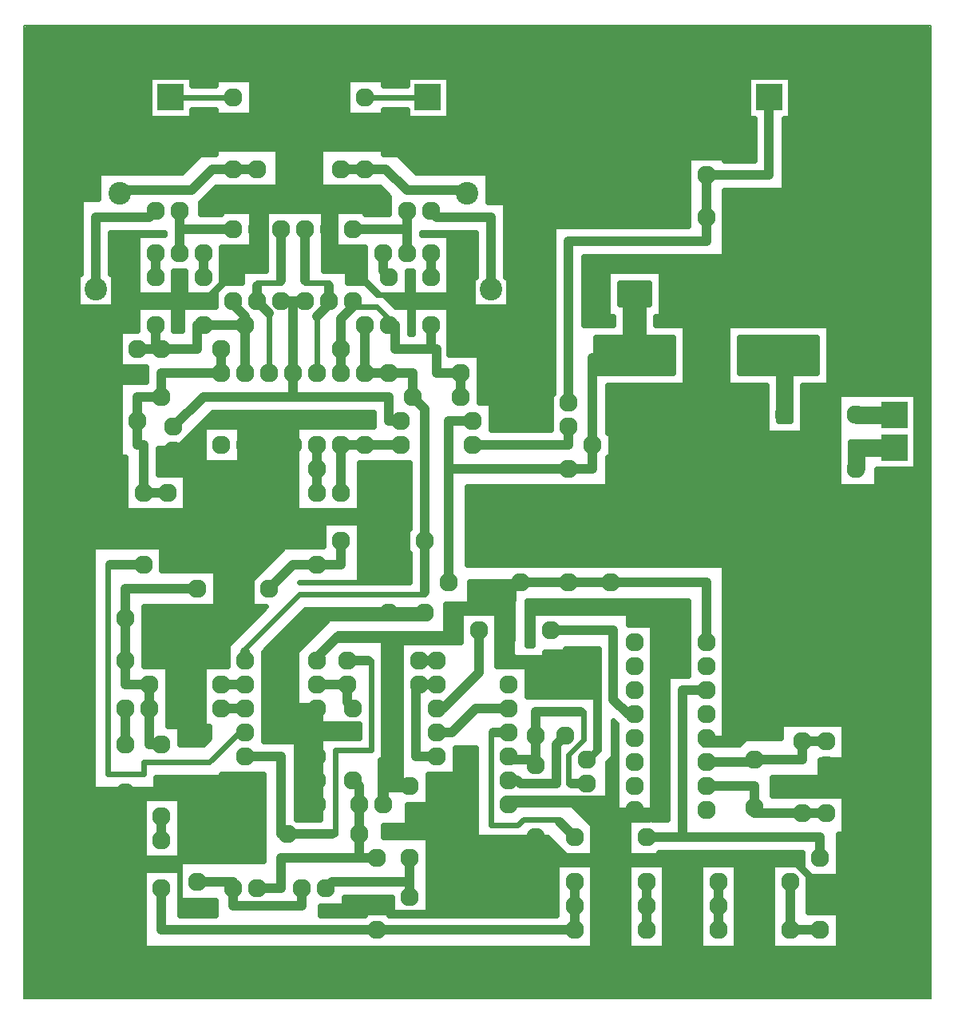
<source format=gbr>
%FSLAX32Y32*%
%MOMM*%
%LNCOPPER2*%
G71*
G01*
%ADD10C, 0.20*%
%ADD11C, 1.96*%
%ADD12C, 1.96*%
%ADD13C, 2.40*%
%ADD14C, 3.00*%
%ADD15C, 1.00*%
%ADD16C, 0.60*%
%ADD17C, 5.50*%
%LPD*%
G54D10*
X0Y10316D02*
X9617Y10316D01*
X9617Y0D01*
X0Y0D01*
X0Y10316D01*
X3874Y6633D02*
G54D11*
D03*
X3620Y6633D02*
G54D11*
D03*
X3366Y6633D02*
G54D11*
D03*
X3112Y6633D02*
G54D11*
D03*
X2858Y6633D02*
G54D11*
D03*
X2604Y6633D02*
G54D11*
D03*
X2350Y6633D02*
G54D11*
D03*
X3366Y6887D02*
G54D11*
D03*
X3620Y7141D02*
G54D11*
D03*
X3874Y7141D02*
G54D11*
D03*
X3493Y7395D02*
G54D11*
D03*
X3239Y7395D02*
G54D11*
D03*
X2985Y7395D02*
G54D11*
D03*
X2731Y7395D02*
G54D11*
D03*
X2477Y7395D02*
G54D11*
D03*
X2223Y7395D02*
G54D11*
D03*
X2350Y7141D02*
G54D11*
D03*
X2096Y6887D02*
G54D11*
D03*
X2096Y6633D02*
G54D11*
D03*
X1905Y7141D02*
G54D11*
D03*
X1397Y7141D02*
G54D11*
D03*
X1461Y6887D02*
G54D11*
D03*
X1207Y6887D02*
G54D11*
D03*
X1461Y6379D02*
G54D11*
D03*
X1207Y6125D02*
G54D11*
D03*
X1588Y6062D02*
G54D11*
D03*
X1905Y7649D02*
G54D11*
D03*
X1905Y7903D02*
G54D12*
D03*
X1651Y7903D02*
G54D12*
D03*
X1397Y7903D02*
G54D12*
D03*
X1397Y7649D02*
G54D11*
D03*
X762Y7522D02*
G54D13*
D03*
X1397Y8348D02*
G54D11*
D03*
X1651Y8348D02*
G54D11*
D03*
X2223Y8157D02*
G54D11*
D03*
X2477Y8157D02*
G54D11*
D03*
X2731Y8157D02*
G54D11*
D03*
X2985Y8157D02*
G54D11*
D03*
X3239Y8157D02*
G54D11*
D03*
X3493Y8157D02*
G54D11*
D03*
X4064Y8348D02*
G54D11*
D03*
X4318Y8348D02*
G54D11*
D03*
X4318Y7903D02*
G54D12*
D03*
X4064Y7903D02*
G54D12*
D03*
X3810Y7903D02*
G54D12*
D03*
X3874Y7649D02*
G54D11*
D03*
X4318Y7649D02*
G54D11*
D03*
X4318Y7141D02*
G54D11*
D03*
X1588Y5808D02*
G54D11*
D03*
X1524Y5363D02*
G54D11*
D03*
X1270Y5363D02*
G54D11*
D03*
X2096Y5871D02*
G54D11*
D03*
X2350Y5871D02*
G54D11*
D03*
X2604Y5871D02*
G54D11*
D03*
X2604Y5617D02*
G54D11*
D03*
X2858Y5871D02*
G54D11*
D03*
X3112Y5871D02*
G54D11*
D03*
X3112Y5617D02*
G54D11*
D03*
X3112Y5363D02*
G54D11*
D03*
X3366Y5363D02*
G54D11*
D03*
X3366Y5871D02*
G54D11*
D03*
X3620Y5871D02*
G54D11*
D03*
X4001Y5871D02*
G54D11*
D03*
X4001Y6125D02*
G54D11*
D03*
X4128Y6379D02*
G54D11*
D03*
X4636Y6633D02*
G54D11*
D03*
X4636Y6379D02*
G54D11*
D03*
X4763Y6125D02*
G54D11*
D03*
X4763Y5871D02*
G54D11*
D03*
X6033Y5871D02*
G54D11*
D03*
X5779Y6062D02*
G54D11*
D03*
X5779Y6316D02*
G54D11*
D03*
X5779Y5617D02*
G54D11*
D03*
X5779Y5363D02*
G54D11*
D03*
X6541Y5871D02*
G54D11*
D03*
X6223Y4918D02*
G54D11*
D03*
X5779Y4664D02*
G54D11*
D03*
X5779Y4410D02*
G54D11*
D03*
X6223Y4410D02*
G54D11*
D03*
X5271Y4410D02*
G54D11*
D03*
X4509Y4410D02*
G54D11*
D03*
X4255Y4855D02*
G54D11*
D03*
X3874Y4855D02*
G54D11*
D03*
X3366Y4855D02*
G54D11*
D03*
X3112Y4601D02*
G54D11*
D03*
X2604Y4347D02*
G54D11*
D03*
X3874Y4093D02*
G54D11*
D03*
X4255Y4093D02*
G54D11*
D03*
X4826Y3902D02*
G54D11*
D03*
X5588Y3902D02*
G54D11*
D03*
X5144Y3331D02*
G54D11*
D03*
X5144Y3585D02*
G54D11*
D03*
X5144Y2823D02*
G54D11*
D03*
X5144Y3077D02*
G54D11*
D03*
X5144Y2569D02*
G54D11*
D03*
X5144Y2315D02*
G54D11*
D03*
X5144Y2061D02*
G54D11*
D03*
X4382Y2061D02*
G54D11*
D03*
X4382Y2315D02*
G54D11*
D03*
X4382Y2569D02*
G54D11*
D03*
X4382Y2823D02*
G54D11*
D03*
X4382Y3077D02*
G54D11*
D03*
X4382Y3331D02*
G54D11*
D03*
X4382Y3585D02*
G54D11*
D03*
X4191Y3585D02*
G54D11*
D03*
X4191Y3331D02*
G54D11*
D03*
X6477Y3776D02*
G54D11*
D03*
X6477Y3522D02*
G54D11*
D03*
X6477Y3268D02*
G54D11*
D03*
X6477Y3014D02*
G54D11*
D03*
X6477Y2760D02*
G54D11*
D03*
X6477Y2506D02*
G54D11*
D03*
X6477Y2252D02*
G54D11*
D03*
X6477Y1998D02*
G54D11*
D03*
X7239Y1998D02*
G54D11*
D03*
X7239Y2252D02*
G54D11*
D03*
X7239Y2506D02*
G54D11*
D03*
X7239Y2760D02*
G54D11*
D03*
X7239Y3014D02*
G54D11*
D03*
X7239Y3268D02*
G54D11*
D03*
X7239Y3522D02*
G54D11*
D03*
X7239Y3776D02*
G54D11*
D03*
X3429Y3331D02*
G54D11*
D03*
X3429Y3585D02*
G54D11*
D03*
X3112Y3585D02*
G54D11*
D03*
X3112Y3331D02*
G54D11*
D03*
X3112Y3077D02*
G54D11*
D03*
X3112Y2823D02*
G54D11*
D03*
X3112Y2569D02*
G54D11*
D03*
X3112Y2315D02*
G54D11*
D03*
X3112Y2061D02*
G54D11*
D03*
X3493Y3077D02*
G54D11*
D03*
X3493Y2315D02*
G54D11*
D03*
X3556Y2061D02*
G54D12*
D03*
X3810Y2061D02*
G54D12*
D03*
X3556Y1744D02*
G54D11*
D03*
X2350Y2061D02*
G54D11*
D03*
X2350Y2315D02*
G54D11*
D03*
X2350Y2569D02*
G54D11*
D03*
X2350Y2823D02*
G54D11*
D03*
X2350Y3077D02*
G54D11*
D03*
X2350Y3331D02*
G54D11*
D03*
X2350Y3585D02*
G54D11*
D03*
X2096Y3331D02*
G54D11*
D03*
X2096Y3077D02*
G54D11*
D03*
X2794Y1744D02*
G54D11*
D03*
X3366Y9300D02*
G54D11*
D03*
X2477Y9300D02*
G54D11*
D03*
X2477Y8792D02*
G54D11*
D03*
X2223Y8792D02*
G54D11*
D03*
X3366Y8792D02*
G54D11*
D03*
X3620Y8792D02*
G54D11*
D03*
X3620Y9554D02*
G54D11*
D03*
X2223Y9554D02*
G54D11*
D03*
X4699Y8538D02*
G54D13*
D03*
X5207Y8538D02*
G54D13*
D03*
X4953Y7522D02*
G54D13*
D03*
X508Y8538D02*
G54D13*
D03*
X1016Y8538D02*
G54D13*
D03*
X6731Y8728D02*
G54D11*
D03*
X6477Y8284D02*
G54D11*
D03*
X7239Y8284D02*
G54D11*
D03*
X7239Y8728D02*
G54D11*
D03*
X6477Y7458D02*
G54D14*
D03*
X8255Y7458D02*
G54D14*
D03*
X8065Y5617D02*
G54D11*
D03*
X4096Y2252D02*
G54D11*
D03*
X4096Y1490D02*
G54D11*
D03*
X5747Y3553D02*
G54D11*
D03*
X5430Y3553D02*
G54D11*
D03*
X5430Y2791D02*
G54D11*
D03*
X5430Y2474D02*
G54D11*
D03*
X5747Y2791D02*
G54D11*
D03*
X5969Y2537D02*
G54D11*
D03*
X5969Y2283D02*
G54D11*
D03*
X5430Y1712D02*
G54D11*
D03*
X3747Y1490D02*
G54D11*
D03*
X3747Y728D02*
G54D11*
D03*
X4096Y1077D02*
G54D11*
D03*
X3207Y1172D02*
G54D11*
D03*
X2953Y1172D02*
G54D11*
D03*
X4858Y1077D02*
G54D11*
D03*
X5334Y982D02*
G54D11*
D03*
X7747Y2537D02*
G54D11*
D03*
X8255Y2728D02*
G54D11*
D03*
X8509Y2728D02*
G54D11*
D03*
X8509Y2474D02*
G54D11*
D03*
X8509Y1966D02*
G54D11*
D03*
X8255Y1966D02*
G54D11*
D03*
X7747Y2029D02*
G54D11*
D03*
X8446Y1490D02*
G54D11*
D03*
X8446Y728D02*
G54D11*
D03*
X8128Y728D02*
G54D11*
D03*
X8128Y1236D02*
G54D11*
D03*
X7366Y1236D02*
G54D11*
D03*
X7366Y982D02*
G54D11*
D03*
X7366Y728D02*
G54D11*
D03*
X6604Y728D02*
G54D11*
D03*
X6604Y982D02*
G54D11*
D03*
X6604Y1236D02*
G54D11*
D03*
X5842Y1236D02*
G54D11*
D03*
X5842Y982D02*
G54D11*
D03*
X5842Y728D02*
G54D11*
D03*
X5842Y1712D02*
G54D11*
D03*
X8128Y220D02*
G54D11*
D03*
X7366Y220D02*
G54D11*
D03*
X6604Y220D02*
G54D11*
D03*
X5842Y220D02*
G54D11*
D03*
X6604Y1712D02*
G54D11*
D03*
X8509Y3236D02*
G54D11*
D03*
X2477Y1172D02*
G54D11*
D03*
X2223Y1172D02*
G54D11*
D03*
X1842Y1236D02*
G54D11*
D03*
X1461Y1172D02*
G54D11*
D03*
X1461Y1680D02*
G54D11*
D03*
X1461Y1934D02*
G54D11*
D03*
X1842Y1998D02*
G54D11*
D03*
X1461Y2696D02*
G54D11*
D03*
X1080Y2188D02*
G54D11*
D03*
X1080Y2696D02*
G54D11*
D03*
X1080Y3077D02*
G54D11*
D03*
X1334Y3077D02*
G54D11*
D03*
X1334Y3331D02*
G54D11*
D03*
X1080Y3585D02*
G54D11*
D03*
X1080Y4030D02*
G54D11*
D03*
X1842Y4030D02*
G54D11*
D03*
X1842Y4347D02*
G54D11*
D03*
X1270Y4601D02*
G54D11*
D03*
X1524Y4601D02*
G54D11*
D03*
G54D15*
X7239Y8728D02*
X7239Y8030D01*
X5779Y8030D01*
G54D15*
X5779Y8030D02*
X5779Y6316D01*
G54D15*
X5779Y6062D02*
X5779Y5871D01*
X4763Y5871D01*
G54D15*
X6033Y6792D02*
X6033Y5617D01*
X4509Y5617D01*
X4509Y6125D01*
X4763Y6125D01*
G54D15*
X4318Y7141D02*
X4318Y6887D01*
G54D15*
X3620Y7141D02*
X3620Y6633D01*
X4128Y6633D01*
X4128Y6379D01*
X4255Y6252D01*
G54D15*
X4636Y6379D02*
X4636Y6633D01*
X4382Y6633D01*
X4382Y6887D01*
X3937Y6887D01*
X3937Y7141D01*
X3874Y7141D01*
G54D15*
X3493Y7395D02*
X3493Y7332D01*
X3366Y7204D01*
X3366Y6887D01*
G54D15*
X3366Y6887D02*
X3366Y6633D01*
G54D15*
X2858Y7395D02*
X2858Y6379D01*
X3874Y6379D01*
X3874Y6125D01*
X4001Y6125D01*
G54D15*
X2985Y7395D02*
X2731Y7395D01*
G54D15*
X3239Y7395D02*
X3239Y7363D01*
X3112Y7236D01*
G54D15*
X2477Y7395D02*
X2604Y7268D01*
G54D16*
X3112Y7236D02*
X3112Y6633D01*
G54D16*
X2604Y7268D02*
X2604Y6633D01*
G54D16*
X3874Y7141D02*
X3874Y7204D01*
X3747Y7332D01*
X3493Y7332D01*
X3493Y7395D01*
G54D16*
X2985Y7586D02*
X3239Y7586D01*
G54D16*
X2731Y7586D02*
X2477Y7586D01*
G54D15*
X2985Y8157D02*
X2985Y7617D01*
G54D15*
X3239Y7554D02*
X3239Y7395D01*
G54D15*
X2477Y7554D02*
X2477Y7395D01*
G54D15*
X2731Y7617D02*
X2731Y8157D01*
G54D15*
X2223Y7395D02*
X2223Y7363D01*
X2350Y7236D01*
X2350Y6633D01*
G54D15*
X2350Y7141D02*
X1842Y7141D01*
X1842Y6887D01*
X1207Y6887D01*
G54D15*
X1397Y6887D02*
X1397Y7141D01*
G54D15*
X2096Y6887D02*
X2096Y6633D01*
X1461Y6633D01*
X1461Y6379D01*
X1207Y6379D01*
X1207Y6125D01*
G54D15*
X4953Y7522D02*
X4953Y8284D01*
X4382Y8284D01*
X4318Y8348D01*
G54D15*
X4064Y8348D02*
X4064Y7903D01*
G54D15*
X4064Y8157D02*
X3493Y8157D01*
G54D15*
X2223Y8157D02*
X1651Y8157D01*
X1651Y8348D01*
X1651Y7903D01*
G54D15*
X762Y7522D02*
X762Y8284D01*
X1334Y8284D01*
X1397Y8348D01*
G54D15*
X4699Y8570D02*
X4064Y8570D01*
X3842Y8792D01*
X3366Y8792D01*
G54D15*
X1016Y8570D02*
X1778Y8570D01*
X2000Y8792D01*
X2477Y8792D01*
G54D15*
X2858Y6379D02*
X1905Y6379D01*
X1588Y6062D01*
G54D15*
X1207Y6125D02*
X1207Y5871D01*
X1270Y5871D01*
X1270Y5363D01*
X1524Y5363D01*
G54D15*
X4001Y5871D02*
X3366Y5871D01*
X3366Y5363D01*
G54D15*
X3112Y5871D02*
X3112Y5363D01*
G54D15*
X4255Y6252D02*
X4255Y4315D01*
G54D15*
X3366Y4855D02*
X3366Y4601D01*
X2858Y4601D01*
X2604Y4347D01*
G54D15*
X1842Y4347D02*
X1080Y4347D01*
X1080Y3331D01*
X1334Y3331D01*
G54D15*
X1334Y3331D02*
X1334Y2696D01*
X1461Y2696D01*
G54D15*
X1080Y3077D02*
X1080Y2696D01*
G54D15*
X2096Y3331D02*
X2350Y3331D01*
G54D15*
X2350Y3077D02*
X2096Y3077D01*
G54D15*
X3112Y3585D02*
X3112Y3617D01*
X3334Y3839D01*
X3842Y3839D01*
G54D15*
X3429Y3585D02*
X3652Y3585D01*
G54D15*
X3112Y3331D02*
X3429Y3331D01*
X3429Y3140D01*
X3493Y3077D01*
G54D15*
X2350Y2569D02*
X2731Y2569D01*
X2731Y1744D01*
X3270Y1744D01*
G54D16*
X3683Y3585D02*
X3683Y2632D01*
X3302Y2632D01*
X3302Y1744D01*
G54D15*
X3747Y1490D02*
X2731Y1490D01*
X2731Y1172D01*
X2477Y1172D01*
G54D15*
X2953Y1172D02*
X2953Y982D01*
X2223Y982D01*
X2223Y1236D01*
X1842Y1236D01*
G54D15*
X4096Y1490D02*
X4096Y1077D01*
X4096Y1236D01*
X3302Y1236D01*
X3270Y1236D01*
X3207Y1172D01*
G54D15*
X3556Y2061D02*
X3556Y1490D01*
G54D15*
X3493Y2315D02*
X3556Y2252D01*
X3556Y2061D01*
G54D15*
X4382Y3585D02*
X4191Y3585D01*
G54D15*
X4382Y3331D02*
X4160Y3331D01*
X4160Y2569D01*
X4382Y2569D01*
G54D15*
X5144Y3077D02*
X4794Y3077D01*
X4540Y2823D01*
X4382Y2823D01*
G54D15*
X1461Y1934D02*
X1461Y1680D01*
G54D15*
X1461Y1172D02*
X1461Y728D01*
X5842Y728D01*
G54D15*
X4826Y3902D02*
X4826Y3458D01*
X4445Y3077D01*
X4382Y3077D01*
G54D16*
X4255Y4284D02*
X2921Y4284D01*
X2350Y3712D01*
G54D16*
X889Y4601D02*
X889Y2378D01*
X1270Y2378D01*
X1270Y2506D01*
X1969Y2506D01*
X2286Y2823D01*
X2350Y2823D01*
G54D15*
X1270Y4601D02*
X921Y4601D01*
G54D15*
X2350Y3680D02*
X2350Y3585D01*
G54D15*
X4509Y5617D02*
X4509Y4410D01*
G54D15*
X6604Y1712D02*
X8446Y1712D01*
X8446Y1490D01*
G54D15*
X8446Y728D02*
X8128Y728D01*
X8128Y1236D01*
G54D15*
X7366Y1236D02*
X7366Y728D01*
G54D15*
X6604Y1236D02*
X6604Y728D01*
G54D15*
X5842Y1236D02*
X5842Y728D01*
G54D15*
X5842Y1712D02*
X5684Y1870D01*
G54D16*
X5652Y1902D02*
X5302Y1902D01*
X5239Y1839D01*
G54D16*
X5239Y1839D02*
X4953Y1839D01*
X4953Y2823D01*
G54D15*
X5144Y2823D02*
X4985Y2823D01*
G54D15*
X7239Y2506D02*
X7716Y2506D01*
X7747Y2537D01*
X8255Y2537D01*
X8255Y2728D01*
X8509Y2728D01*
G54D15*
X7239Y2252D02*
X7747Y2252D01*
X7747Y1966D01*
X8509Y1966D01*
G54D15*
X7239Y3268D02*
X6985Y3268D01*
X6985Y1712D01*
G54D15*
X5969Y2283D02*
X5810Y2283D01*
G54D15*
X5747Y2791D02*
X5652Y2696D01*
X5652Y2283D01*
X5271Y2283D01*
X5239Y2315D01*
X5144Y2315D01*
G54D15*
X5430Y2791D02*
X5430Y2474D01*
X5430Y2537D01*
X5239Y2537D01*
X5176Y2537D01*
X5144Y2569D01*
G54D15*
X5430Y2791D02*
X5430Y3045D01*
X5906Y3045D01*
G54D15*
X6477Y3014D02*
X6414Y3014D01*
X6255Y3172D01*
X6255Y3902D01*
X5588Y3902D01*
G54D15*
X7239Y3776D02*
X7239Y4410D01*
X5255Y4410D01*
X5255Y4410D01*
G54D16*
X5938Y3045D02*
X5938Y2744D01*
X5938Y2744D01*
G54D16*
X5779Y2283D02*
X5779Y2585D01*
X5938Y2744D01*
G36*
X4572Y2664D02*
X4572Y2378D01*
X4286Y2378D01*
X4286Y2061D01*
X4064Y2061D01*
X4064Y1839D01*
X3810Y1839D01*
X3810Y1712D01*
X4286Y1712D01*
X4286Y886D01*
X5652Y886D01*
X5652Y1394D01*
X4794Y1394D01*
X4794Y2664D01*
X4572Y2664D01*
G37*
G54D16*
X4572Y2664D02*
X4572Y2378D01*
X4286Y2378D01*
X4286Y2061D01*
X4064Y2061D01*
X4064Y1839D01*
X3810Y1839D01*
X3810Y1712D01*
X4286Y1712D01*
X4286Y886D01*
X5652Y886D01*
X5652Y1394D01*
X4794Y1394D01*
X4794Y2664D01*
X4572Y2664D01*
G36*
X4794Y1712D02*
X5556Y1712D01*
X5747Y1521D01*
X6032Y1521D01*
X6032Y1839D01*
X5810Y2061D01*
X5144Y2061D01*
X5144Y2124D01*
X6255Y2124D01*
X6255Y1998D01*
X6636Y1998D01*
X6636Y1902D01*
X6414Y1902D01*
X6414Y1521D01*
X6128Y1521D01*
X6128Y1426D01*
X4794Y1426D01*
X4794Y1712D01*
G37*
G54D16*
X4794Y1712D02*
X5556Y1712D01*
X5747Y1521D01*
X6032Y1521D01*
X6032Y1839D01*
X5810Y2061D01*
X5144Y2061D01*
X5144Y2124D01*
X6255Y2124D01*
X6255Y1998D01*
X6636Y1998D01*
X6636Y1902D01*
X6414Y1902D01*
X6414Y1521D01*
X6128Y1521D01*
X6128Y1426D01*
X4794Y1426D01*
X4794Y1712D01*
G36*
X6255Y2950D02*
X6286Y2918D01*
X6286Y1998D01*
X6191Y1998D01*
X6191Y2506D01*
X6255Y2569D01*
X6255Y2950D01*
G37*
G54D16*
X6255Y2950D02*
X6286Y2918D01*
X6286Y1998D01*
X6191Y1998D01*
X6191Y2506D01*
X6255Y2569D01*
X6255Y2950D01*
G36*
X6668Y1998D02*
X6668Y3966D01*
X6414Y3966D01*
X6414Y4061D01*
X6414Y4093D01*
X5398Y4093D01*
X5398Y3744D01*
X5334Y3744D01*
X5334Y4220D01*
X7048Y4220D01*
X7048Y3426D01*
X6826Y3426D01*
X6826Y1902D01*
X6668Y1902D01*
X6668Y2061D01*
X6668Y1998D01*
G37*
G54D16*
X6668Y1998D02*
X6668Y3966D01*
X6414Y3966D01*
X6414Y4061D01*
X6414Y4093D01*
X5398Y4093D01*
X5398Y3744D01*
X5334Y3744D01*
X5334Y4220D01*
X7048Y4220D01*
X7048Y3426D01*
X6826Y3426D01*
X6826Y1902D01*
X6668Y1902D01*
X6668Y2061D01*
X6668Y1998D01*
G54D16*
X6001Y2537D02*
X6096Y2632D01*
X6096Y3712D01*
X5747Y3712D01*
X5747Y3680D01*
X5525Y3680D01*
X5525Y3617D01*
X5176Y3617D01*
X5176Y3522D01*
X5366Y3522D01*
X5334Y3553D01*
X5334Y3522D01*
X5334Y3204D01*
X6064Y3204D01*
X6064Y2664D01*
X6064Y2632D01*
X6001Y2569D01*
G36*
X6096Y3204D02*
X6096Y2664D01*
X6064Y2664D01*
X6064Y3204D01*
X5334Y3204D01*
X5334Y3522D01*
X5175Y3522D01*
X5175Y3617D01*
X5524Y3617D01*
X5524Y3680D01*
X5747Y3680D01*
X5747Y3712D01*
X6096Y3712D01*
X6096Y3109D01*
X6096Y3204D01*
G37*
G54D16*
X6096Y3204D02*
X6096Y2664D01*
X6064Y2664D01*
X6064Y3204D01*
X5334Y3204D01*
X5334Y3522D01*
X5175Y3522D01*
X5175Y3617D01*
X5524Y3617D01*
X5524Y3680D01*
X5747Y3680D01*
X5747Y3712D01*
X6096Y3712D01*
X6096Y3109D01*
X6096Y3204D01*
G36*
X5144Y3522D02*
X5016Y3522D01*
X5016Y4093D01*
X4636Y4093D01*
X4636Y3776D01*
X4477Y3776D01*
X4477Y4188D01*
X4731Y4188D01*
X4731Y4426D01*
X5191Y4426D01*
X5175Y3585D01*
X5144Y3522D01*
G37*
G54D16*
X5144Y3522D02*
X5016Y3522D01*
X5016Y4093D01*
X4636Y4093D01*
X4636Y3776D01*
X4477Y3776D01*
X4477Y4188D01*
X4731Y4188D01*
X4731Y4426D01*
X5191Y4426D01*
X5175Y3585D01*
X5144Y3522D01*
G36*
X4254Y4125D02*
X2984Y4125D01*
X2540Y3680D01*
X2540Y2728D01*
X2889Y2728D01*
X2889Y3680D01*
X3238Y4030D01*
X4254Y4030D01*
X4254Y4125D01*
X4128Y4125D01*
X4254Y4125D01*
G37*
G54D16*
X4254Y4125D02*
X2984Y4125D01*
X2540Y3680D01*
X2540Y2728D01*
X2889Y2728D01*
X2889Y3680D01*
X3238Y4030D01*
X4254Y4030D01*
X4254Y4125D01*
X4128Y4125D01*
X4254Y4125D01*
G36*
X3334Y3807D02*
X3810Y3807D01*
X3810Y3744D01*
X3810Y3776D01*
X4540Y3776D01*
X4540Y3871D01*
X3334Y3871D01*
X3334Y3839D01*
X3334Y3807D01*
G37*
G54D16*
X3334Y3807D02*
X3810Y3807D01*
X3810Y3744D01*
X3810Y3776D01*
X4540Y3776D01*
X4540Y3871D01*
X3334Y3871D01*
X3334Y3839D01*
X3334Y3807D01*
G36*
X3810Y3776D02*
X3810Y2537D01*
X3778Y2537D01*
X3778Y2124D01*
X3842Y2124D01*
X3842Y2220D01*
X4032Y2220D01*
X4032Y2315D01*
X4000Y2315D01*
X4000Y3776D01*
X3810Y3776D01*
G37*
G54D16*
X3810Y3776D02*
X3810Y2537D01*
X3778Y2537D01*
X3778Y2124D01*
X3842Y2124D01*
X3842Y2220D01*
X4032Y2220D01*
X4032Y2315D01*
X4000Y2315D01*
X4000Y3776D01*
X3810Y3776D01*
G36*
X3556Y2918D02*
X3112Y2918D01*
X3143Y2918D01*
X3143Y3109D01*
X2889Y3109D01*
X2889Y1902D01*
X3143Y1902D01*
X3143Y2760D01*
X3556Y2760D01*
X3556Y2918D01*
G37*
G54D16*
X3556Y2918D02*
X3112Y2918D01*
X3143Y2918D01*
X3143Y3109D01*
X2889Y3109D01*
X2889Y1902D01*
X3143Y1902D01*
X3143Y2760D01*
X3556Y2760D01*
X3556Y2918D01*
G54D16*
X2921Y4410D02*
X3588Y4410D01*
G36*
X3556Y4410D02*
X3556Y5077D01*
X4096Y5077D01*
X4096Y4982D01*
X4064Y4982D01*
X4064Y4696D01*
X4096Y4696D01*
X4064Y4728D01*
X4096Y4728D01*
X4096Y4410D01*
X3556Y4410D01*
G37*
G54D16*
X3556Y4410D02*
X3556Y5077D01*
X4096Y5077D01*
X4096Y4982D01*
X4064Y4982D01*
X4064Y4696D01*
X4096Y4696D01*
X4064Y4728D01*
X4096Y4728D01*
X4096Y4410D01*
X3556Y4410D01*
G36*
X1651Y2696D02*
X1905Y2696D01*
X1968Y2760D01*
X1968Y2886D01*
X1905Y2886D01*
X1905Y3522D01*
X2159Y3522D01*
X2159Y3744D01*
X2572Y4156D01*
X2413Y4156D01*
X2413Y4506D01*
X2032Y4506D01*
X2032Y4156D01*
X1270Y4156D01*
X1270Y3522D01*
X1524Y3522D01*
X1524Y2886D01*
X1651Y2886D01*
X1651Y2696D01*
G37*
G54D16*
X1651Y2696D02*
X1905Y2696D01*
X1968Y2760D01*
X1968Y2886D01*
X1905Y2886D01*
X1905Y3522D01*
X2159Y3522D01*
X2159Y3744D01*
X2572Y4156D01*
X2413Y4156D01*
X2413Y4506D01*
X2032Y4506D01*
X2032Y4156D01*
X1270Y4156D01*
X1270Y3522D01*
X1524Y3522D01*
X1524Y2886D01*
X1651Y2886D01*
X1651Y2696D01*
G36*
X1492Y4792D02*
X730Y4792D01*
X730Y1998D01*
X32Y1998D01*
X32Y4823D01*
X1492Y4823D01*
X1492Y4792D01*
G37*
G54D16*
X1492Y4792D02*
X730Y4792D01*
X730Y1998D01*
X32Y1998D01*
X32Y4823D01*
X1492Y4823D01*
X1492Y4792D01*
G36*
X2540Y2378D02*
X2096Y2378D01*
X2096Y2347D01*
X1397Y2347D01*
X1397Y2220D01*
X730Y2220D01*
X730Y1998D01*
X32Y1998D01*
X32Y61D01*
X1270Y61D01*
X1270Y2156D01*
X2540Y2156D01*
X2540Y2378D01*
G37*
G54D16*
X2540Y2378D02*
X2096Y2378D01*
X2096Y2347D01*
X1397Y2347D01*
X1397Y2220D01*
X730Y2220D01*
X730Y1998D01*
X32Y1998D01*
X32Y61D01*
X1270Y61D01*
X1270Y2156D01*
X2540Y2156D01*
X2540Y2378D01*
G36*
X1651Y2156D02*
X1651Y1458D01*
X2540Y1458D01*
X2540Y2156D01*
X1651Y2156D01*
G37*
G54D16*
X1651Y2156D02*
X1651Y1458D01*
X2540Y1458D01*
X2540Y2156D01*
X1651Y2156D01*
G36*
X1238Y1490D02*
X1651Y1490D01*
X1651Y1362D01*
X1238Y1362D01*
X1238Y1490D01*
G37*
G54D16*
X1238Y1490D02*
X1651Y1490D01*
X1651Y1362D01*
X1238Y1362D01*
X1238Y1490D01*
G36*
X1651Y2124D02*
X1238Y2124D01*
X1238Y2156D01*
X1619Y2156D01*
X1651Y2124D01*
G37*
G54D16*
X1651Y2124D02*
X1238Y2124D01*
X1238Y2156D01*
X1619Y2156D01*
X1651Y2124D01*
G36*
X1270Y2124D02*
X1270Y1490D01*
X1206Y1490D01*
X1206Y2093D01*
X1238Y2124D01*
X1270Y2124D01*
G37*
G54D16*
X1270Y2124D02*
X1270Y1490D01*
X1206Y1490D01*
X1206Y2093D01*
X1238Y2124D01*
X1270Y2124D01*
G36*
X2032Y1045D02*
X2032Y886D01*
X1651Y886D01*
X1651Y1045D01*
X2032Y1045D01*
G37*
G54D16*
X2032Y1045D02*
X2032Y886D01*
X1651Y886D01*
X1651Y1045D01*
X2032Y1045D01*
G54D16*
X1651Y1394D02*
X1651Y982D01*
G36*
X3397Y1077D02*
X3905Y1077D01*
X3905Y918D01*
X4286Y918D01*
X4286Y886D01*
X3874Y886D01*
X3874Y918D01*
X3620Y918D01*
X3620Y886D01*
X3143Y886D01*
X3143Y982D01*
X3397Y982D01*
X3397Y1077D01*
G37*
G54D16*
X3397Y1077D02*
X3905Y1077D01*
X3905Y918D01*
X4286Y918D01*
X4286Y886D01*
X3874Y886D01*
X3874Y918D01*
X3620Y918D01*
X3620Y886D01*
X3143Y886D01*
X3143Y982D01*
X3397Y982D01*
X3397Y1077D01*
G36*
X1238Y537D02*
X9588Y537D01*
X9588Y29D01*
X32Y29D01*
X32Y537D01*
X1302Y537D01*
X1238Y537D01*
G37*
G54D16*
X1238Y537D02*
X9588Y537D01*
X9588Y29D01*
X32Y29D01*
X32Y537D01*
X1302Y537D01*
X1238Y537D01*
G36*
X6032Y1426D02*
X6032Y537D01*
X6414Y537D01*
X6414Y1553D01*
X6032Y1553D01*
X6032Y1426D01*
G37*
G54D16*
X6032Y1426D02*
X6032Y537D01*
X6414Y537D01*
X6414Y1553D01*
X6032Y1553D01*
X6032Y1426D01*
G36*
X8255Y1553D02*
X6731Y1553D01*
X6731Y1521D01*
X6382Y1521D01*
X6382Y1426D01*
X6794Y1426D01*
X6794Y537D01*
X7176Y537D01*
X7176Y1426D01*
X7556Y1426D01*
X7556Y1426D01*
X7556Y505D01*
X7938Y505D01*
X7938Y1426D01*
X8255Y1426D01*
X8255Y1553D01*
G37*
G54D16*
X8255Y1553D02*
X6731Y1553D01*
X6731Y1521D01*
X6382Y1521D01*
X6382Y1426D01*
X6794Y1426D01*
X6794Y537D01*
X7176Y537D01*
X7176Y1426D01*
X7556Y1426D01*
X7556Y1426D01*
X7556Y505D01*
X7938Y505D01*
X7938Y1426D01*
X8255Y1426D01*
X8255Y1553D01*
G36*
X8668Y1299D02*
X8318Y1299D01*
X8318Y918D01*
X8636Y918D01*
X8636Y537D01*
X9588Y537D01*
X9588Y1299D01*
X8636Y1299D01*
X8668Y1299D01*
G37*
G54D16*
X8668Y1299D02*
X8318Y1299D01*
X8318Y918D01*
X8636Y918D01*
X8636Y537D01*
X9588Y537D01*
X9588Y1299D01*
X8636Y1299D01*
X8668Y1299D01*
G54D16*
X8192Y1426D02*
X8350Y1267D01*
G54D16*
X8224Y1426D02*
X8382Y1267D01*
G54D16*
X8255Y1458D02*
X8255Y1394D01*
G36*
X7938Y2347D02*
X7938Y2156D01*
X8700Y2156D01*
X8700Y1744D01*
X8636Y1744D01*
X8636Y1267D01*
X9588Y1267D01*
X9588Y2537D01*
X8446Y2537D01*
X8446Y2347D01*
X7938Y2347D01*
G37*
G54D16*
X7938Y2347D02*
X7938Y2156D01*
X8700Y2156D01*
X8700Y1744D01*
X8636Y1744D01*
X8636Y1267D01*
X9588Y1267D01*
X9588Y2537D01*
X8446Y2537D01*
X8446Y2347D01*
X7938Y2347D01*
G36*
X8700Y2506D02*
X8700Y2918D01*
X8033Y2918D01*
X8033Y2760D01*
X7652Y2760D01*
X7588Y2696D01*
X7207Y2696D01*
X7207Y2760D01*
X7430Y2760D01*
X7430Y4633D01*
X9588Y4633D01*
X9588Y4633D01*
X9588Y2537D01*
X8700Y2506D01*
G37*
G54D16*
X8700Y2506D02*
X8700Y2918D01*
X8033Y2918D01*
X8033Y2760D01*
X7652Y2760D01*
X7588Y2696D01*
X7207Y2696D01*
X7207Y2760D01*
X7430Y2760D01*
X7430Y4633D01*
X9588Y4633D01*
X9588Y4633D01*
X9588Y2537D01*
X8700Y2506D01*
G36*
X4699Y5426D02*
X4699Y4601D01*
X7430Y4601D01*
X7430Y5426D01*
X4699Y5426D01*
G37*
G54D16*
X4699Y5426D02*
X4699Y4601D01*
X7430Y4601D01*
X7430Y5426D01*
X4699Y5426D01*
G36*
X6223Y5426D02*
X6223Y6506D01*
X6191Y6506D01*
X6191Y5998D01*
X6223Y5998D01*
X6223Y5744D01*
X6191Y5744D01*
X6191Y5426D01*
X6223Y5426D01*
G37*
G54D16*
X6223Y5426D02*
X6223Y6506D01*
X6191Y6506D01*
X6191Y5998D01*
X6223Y5998D01*
X6223Y5744D01*
X6191Y5744D01*
X6191Y5426D01*
X6223Y5426D01*
G36*
X7874Y6506D02*
X7874Y5998D01*
X8286Y5998D01*
X8286Y5998D01*
X8636Y5998D01*
X8636Y5299D01*
X8636Y4601D01*
X7430Y4601D01*
X7430Y5395D01*
X7398Y5426D01*
X6223Y5426D01*
X6223Y6506D01*
X7874Y6506D01*
G37*
G54D16*
X7874Y6506D02*
X7874Y5998D01*
X8286Y5998D01*
X8286Y5998D01*
X8636Y5998D01*
X8636Y5299D01*
X8636Y4601D01*
X7430Y4601D01*
X7430Y5395D01*
X7398Y5426D01*
X6223Y5426D01*
X6223Y6506D01*
X7874Y6506D01*
G36*
X8541Y6506D02*
X8541Y7078D01*
X9588Y7078D01*
X9588Y6410D01*
X8541Y6410D01*
X8541Y6506D01*
G37*
G54D16*
X8541Y6506D02*
X8541Y7078D01*
X9588Y7078D01*
X9588Y6410D01*
X8541Y6410D01*
X8541Y6506D01*
G36*
X9017Y5426D02*
X9017Y5427D01*
X9588Y5427D01*
X9588Y4633D01*
X8572Y4633D01*
X8541Y4664D01*
X8541Y5458D01*
X8540Y5426D01*
X9017Y5426D01*
G37*
G54D16*
X9017Y5426D02*
X9017Y5427D01*
X9588Y5427D01*
X9588Y4633D01*
X8572Y4633D01*
X8541Y4664D01*
X8541Y5458D01*
X8540Y5426D01*
X9017Y5426D01*
G36*
X9461Y6442D02*
X9461Y5268D01*
X9588Y5268D01*
X9588Y6442D01*
X9461Y6442D01*
G37*
G54D16*
X9461Y6442D02*
X9461Y5268D01*
X9588Y5268D01*
X9588Y6442D01*
X9461Y6442D01*
G36*
X7588Y7014D02*
X7588Y6633D01*
X8001Y6633D01*
X8001Y6125D01*
X8128Y6125D01*
X8128Y6633D01*
X8414Y6633D01*
X8414Y7014D01*
X7588Y7014D01*
G37*
G54D16*
X7588Y7014D02*
X7588Y6633D01*
X8001Y6633D01*
X8001Y6125D01*
X8128Y6125D01*
X8128Y6633D01*
X8414Y6633D01*
X8414Y7014D01*
X7588Y7014D01*
G36*
X8541Y7141D02*
X7461Y7141D01*
X7461Y6506D01*
X7017Y6506D01*
X7017Y7173D01*
X8541Y7173D01*
X8541Y7141D01*
G37*
G54D16*
X8541Y7141D02*
X7461Y7141D01*
X7461Y6506D01*
X7017Y6506D01*
X7017Y7173D01*
X8541Y7173D01*
X8541Y7141D01*
G36*
X6064Y7014D02*
X6890Y7014D01*
X6890Y6633D01*
X6064Y6633D01*
X6064Y6633D01*
X6064Y7014D01*
G37*
G54D16*
X6064Y7014D02*
X6890Y7014D01*
X6890Y6633D01*
X6064Y6633D01*
X6064Y6633D01*
X6064Y7014D01*
G36*
X5937Y7141D02*
X6223Y7141D01*
X6255Y7173D01*
X6255Y7141D01*
X6255Y7236D01*
X6191Y7236D01*
X6191Y7712D01*
X6762Y7712D01*
X6762Y7236D01*
X6699Y7236D01*
X6699Y7141D01*
X7017Y7141D01*
X7017Y7872D01*
X5937Y7872D01*
X5937Y7141D01*
G37*
G54D16*
X5937Y7141D02*
X6223Y7141D01*
X6255Y7173D01*
X6255Y7141D01*
X6255Y7236D01*
X6191Y7236D01*
X6191Y7712D01*
X6762Y7712D01*
X6762Y7236D01*
X6699Y7236D01*
X6699Y7141D01*
X7017Y7141D01*
X7017Y7872D01*
X5937Y7872D01*
X5937Y7141D01*
G36*
X6572Y7046D02*
X6572Y7586D01*
X6382Y7586D01*
X6382Y7046D01*
X6572Y7046D01*
G37*
G54D16*
X6572Y7046D02*
X6572Y7586D01*
X6382Y7586D01*
X6382Y7046D01*
X6572Y7046D01*
G36*
X6572Y7586D02*
X6636Y7586D01*
X6636Y7363D01*
X6318Y7363D01*
X6318Y7586D01*
X6509Y7586D01*
X6572Y7586D01*
G37*
G54D16*
X6572Y7586D02*
X6636Y7586D01*
X6636Y7363D01*
X6318Y7363D01*
X6318Y7586D01*
X6509Y7586D01*
X6572Y7586D01*
G36*
X7017Y7872D02*
X7430Y7872D01*
X7430Y8570D01*
X9588Y8570D01*
X9588Y7046D01*
X8541Y7046D01*
X8541Y7173D01*
X7017Y7173D01*
X7017Y7872D01*
G37*
G54D16*
X7017Y7872D02*
X7430Y7872D01*
X7430Y8570D01*
X9588Y8570D01*
X9588Y7046D01*
X8541Y7046D01*
X8541Y7173D01*
X7017Y7173D01*
X7017Y7872D01*
G36*
X4096Y5077D02*
X4096Y5680D01*
X3556Y5680D01*
X3556Y5172D01*
X2889Y5172D01*
X2889Y6062D01*
X3715Y6062D01*
X3715Y6188D01*
X2318Y6188D01*
X2318Y5046D01*
X3556Y5046D01*
X3556Y5077D01*
X4096Y5077D01*
G37*
G54D16*
X4096Y5077D02*
X4096Y5680D01*
X3556Y5680D01*
X3556Y5172D01*
X2889Y5172D01*
X2889Y6062D01*
X3715Y6062D01*
X3715Y6188D01*
X2318Y6188D01*
X2318Y5046D01*
X3556Y5046D01*
X3556Y5077D01*
X4096Y5077D01*
G36*
X3715Y6188D02*
X3715Y6220D01*
X2000Y6220D01*
X1619Y5839D01*
X1429Y5839D01*
X1429Y5554D01*
X1714Y5554D01*
X1714Y5172D01*
X1080Y5172D01*
X1080Y4792D01*
X1460Y4792D01*
X1460Y4538D01*
X2413Y4538D01*
X2413Y4474D01*
X2413Y4442D01*
X2762Y4792D01*
X3175Y4792D01*
X3175Y5046D01*
X2318Y5046D01*
X2318Y5649D01*
X1873Y5649D01*
X1873Y5998D01*
X1905Y6030D01*
X1905Y6062D01*
X2318Y6062D01*
X2318Y6220D01*
X2032Y6220D01*
X2000Y6220D01*
X3715Y6188D01*
G37*
G54D16*
X3715Y6188D02*
X3715Y6220D01*
X2000Y6220D01*
X1619Y5839D01*
X1429Y5839D01*
X1429Y5554D01*
X1714Y5554D01*
X1714Y5172D01*
X1080Y5172D01*
X1080Y4792D01*
X1460Y4792D01*
X1460Y4538D01*
X2413Y4538D01*
X2413Y4474D01*
X2413Y4442D01*
X2762Y4792D01*
X3175Y4792D01*
X3175Y5046D01*
X2318Y5046D01*
X2318Y5649D01*
X1873Y5649D01*
X1873Y5998D01*
X1905Y6030D01*
X1905Y6062D01*
X2318Y6062D01*
X2318Y6220D01*
X2032Y6220D01*
X2000Y6220D01*
X3715Y6188D01*
G36*
X1905Y6030D02*
X1905Y5649D01*
X1873Y5649D01*
X1873Y6030D01*
X1905Y6062D01*
X1905Y6030D01*
G37*
G54D16*
X1905Y6030D02*
X1905Y5649D01*
X1873Y5649D01*
X1873Y6030D01*
X1905Y6062D01*
X1905Y6030D01*
G36*
X1905Y5680D02*
X2318Y5680D01*
X2318Y5617D01*
X1905Y5617D01*
X1905Y5680D01*
G37*
G54D16*
X1905Y5680D02*
X2318Y5680D01*
X2318Y5617D01*
X1905Y5617D01*
X1905Y5680D01*
G36*
X2286Y6062D02*
X2286Y5680D01*
X2350Y5680D01*
X2350Y6062D01*
X2286Y6062D01*
G37*
G54D16*
X2286Y6062D02*
X2286Y5680D01*
X2350Y5680D01*
X2350Y6062D01*
X2286Y6062D01*
G36*
X1302Y6696D02*
X1302Y6538D01*
X1016Y6538D01*
X1016Y5744D01*
X1080Y5744D01*
X1080Y4855D01*
X95Y4855D01*
X64Y4823D01*
X32Y4823D01*
X32Y7363D01*
X413Y7363D01*
X413Y7268D01*
X1016Y7268D01*
X1016Y6696D01*
X1302Y6696D01*
G37*
G54D16*
X1302Y6696D02*
X1302Y6538D01*
X1016Y6538D01*
X1016Y5744D01*
X1080Y5744D01*
X1080Y4855D01*
X95Y4855D01*
X64Y4823D01*
X32Y4823D01*
X32Y7363D01*
X413Y7363D01*
X413Y7268D01*
X1016Y7268D01*
X1016Y6696D01*
X1302Y6696D01*
G36*
X2572Y8220D02*
X2572Y7712D01*
X2318Y7712D01*
X2318Y7586D01*
X2096Y7586D01*
X2096Y7966D01*
X2413Y7966D01*
X2413Y8411D01*
X2572Y8411D01*
X2572Y8189D01*
X2572Y8220D01*
G37*
G54D16*
X2572Y8220D02*
X2572Y7712D01*
X2318Y7712D01*
X2318Y7586D01*
X2096Y7586D01*
X2096Y7966D01*
X2413Y7966D01*
X2413Y8411D01*
X2572Y8411D01*
X2572Y8189D01*
X2572Y8220D01*
G36*
X2096Y7586D02*
X1968Y7458D01*
X1968Y7395D01*
X1968Y7427D01*
X2127Y7586D01*
X2096Y7586D01*
G37*
G54D16*
X2096Y7586D02*
X1968Y7458D01*
X1968Y7395D01*
X1968Y7427D01*
X2127Y7586D01*
X2096Y7586D01*
G36*
X2032Y7522D02*
X2032Y7332D01*
X1683Y7332D01*
X1683Y7078D01*
X1588Y7078D01*
X1588Y7332D01*
X1206Y7332D01*
X1206Y7078D01*
X984Y7078D01*
X984Y7680D01*
X921Y7680D01*
X921Y8125D01*
X1492Y8125D01*
X1492Y8094D01*
X1238Y8094D01*
X1206Y8094D01*
X1206Y7458D01*
X2032Y7458D01*
X2032Y7522D01*
G37*
G54D16*
X2032Y7522D02*
X2032Y7332D01*
X1683Y7332D01*
X1683Y7078D01*
X1588Y7078D01*
X1588Y7332D01*
X1206Y7332D01*
X1206Y7078D01*
X984Y7078D01*
X984Y7680D01*
X921Y7680D01*
X921Y8125D01*
X1492Y8125D01*
X1492Y8094D01*
X1238Y8094D01*
X1206Y8094D01*
X1206Y7458D01*
X2032Y7458D01*
X2032Y7522D01*
G36*
X1714Y7712D02*
X1588Y7712D01*
X1588Y7490D01*
X1683Y7490D01*
X1714Y7458D01*
X1714Y7712D01*
G37*
G54D16*
X1714Y7712D02*
X1588Y7712D01*
X1588Y7490D01*
X1683Y7490D01*
X1714Y7458D01*
X1714Y7712D01*
G36*
X3175Y8157D02*
X3175Y7712D01*
X3429Y7712D01*
X3429Y7586D01*
X3620Y7586D01*
X3620Y7966D01*
X3302Y7966D01*
X3302Y8157D01*
X3175Y8157D01*
G37*
G54D16*
X3175Y8157D02*
X3175Y7712D01*
X3429Y7712D01*
X3429Y7586D01*
X3620Y7586D01*
X3620Y7966D01*
X3302Y7966D01*
X3302Y8157D01*
X3175Y8157D01*
G36*
X3620Y7617D02*
X3778Y7458D01*
X3746Y7458D01*
X3620Y7586D01*
X3620Y7617D01*
G37*
G54D16*
X3620Y7617D02*
X3778Y7458D01*
X3746Y7458D01*
X3620Y7586D01*
X3620Y7617D01*
G36*
X3778Y7458D02*
X4540Y7458D01*
X4572Y7427D01*
X4572Y7332D01*
X3937Y7332D01*
X3810Y7458D01*
X3778Y7458D01*
G37*
G54D16*
X3778Y7458D02*
X4540Y7458D01*
X4572Y7427D01*
X4572Y7332D01*
X3937Y7332D01*
X3810Y7458D01*
X3778Y7458D01*
G36*
X4064Y7712D02*
X4064Y7490D01*
X4128Y7490D01*
X4128Y7712D01*
X4096Y7712D01*
X4064Y7712D01*
G37*
G54D16*
X4064Y7712D02*
X4064Y7490D01*
X4128Y7490D01*
X4128Y7712D01*
X4096Y7712D01*
X4064Y7712D01*
G36*
X4096Y7332D02*
X4096Y7046D01*
X4128Y7046D01*
X4128Y7332D01*
X4096Y7332D01*
G37*
G54D16*
X4096Y7332D02*
X4096Y7046D01*
X4128Y7046D01*
X4128Y7332D01*
X4096Y7332D01*
G36*
X4223Y8125D02*
X4223Y8094D01*
X4794Y8094D01*
X4794Y8125D01*
X4223Y8125D01*
G37*
G54D16*
X4223Y8125D02*
X4223Y8094D01*
X4794Y8094D01*
X4794Y8125D01*
X4223Y8125D01*
G36*
X4508Y8125D02*
X4508Y7046D01*
X4762Y7046D01*
X4762Y7648D01*
X4794Y7648D01*
X4794Y8125D01*
X4508Y8125D01*
G37*
G54D16*
X4508Y8125D02*
X4508Y7046D01*
X4762Y7046D01*
X4762Y7648D01*
X4794Y7648D01*
X4794Y8125D01*
X4508Y8125D01*
G36*
X4762Y7332D02*
X5175Y7332D01*
X5175Y7648D01*
X5112Y7648D01*
X5112Y8443D01*
X4921Y8443D01*
X4921Y8760D01*
X5588Y8760D01*
X5620Y8792D01*
X5620Y7332D01*
X5048Y7332D01*
X4762Y7332D01*
G37*
G54D16*
X4762Y7332D02*
X5175Y7332D01*
X5175Y7648D01*
X5112Y7648D01*
X5112Y8443D01*
X4921Y8443D01*
X4921Y8760D01*
X5588Y8760D01*
X5620Y8792D01*
X5620Y7332D01*
X5048Y7332D01*
X4762Y7332D01*
G36*
X5144Y7332D02*
X5144Y7712D01*
X5175Y7712D01*
X5175Y7332D01*
X5144Y7332D01*
G37*
G54D16*
X5144Y7332D02*
X5144Y7712D01*
X5175Y7712D01*
X5175Y7332D01*
X5144Y7332D01*
G36*
X4508Y7046D02*
X4508Y6824D01*
X4826Y6824D01*
X4826Y6316D01*
X4953Y6316D01*
X4953Y6030D01*
X5588Y6030D01*
X5318Y6887D01*
X4508Y7046D01*
G37*
G54D16*
X4508Y7046D02*
X4508Y6824D01*
X4826Y6824D01*
X4826Y6316D01*
X4953Y6316D01*
X4953Y6030D01*
X5588Y6030D01*
X5318Y6887D01*
X4508Y7046D01*
G36*
X5588Y7332D02*
X5588Y6030D01*
X5556Y6030D01*
X5556Y6125D01*
X4762Y6919D01*
X4762Y7332D01*
X5588Y7332D01*
G37*
G54D16*
X5588Y7332D02*
X5588Y6030D01*
X5556Y6030D01*
X5556Y6125D01*
X4762Y6919D01*
X4762Y7332D01*
X5588Y7332D01*
G36*
X5588Y6411D02*
X5620Y6411D01*
X5620Y7332D01*
X5556Y7332D01*
X5556Y6411D01*
X5588Y6411D01*
G37*
G54D16*
X5588Y6411D02*
X5620Y6411D01*
X5620Y7332D01*
X5556Y7332D01*
X5556Y6411D01*
X5588Y6411D01*
G36*
X984Y7332D02*
X381Y7332D01*
X381Y7268D01*
X984Y7268D01*
X984Y7332D01*
G37*
G54D16*
X984Y7332D02*
X381Y7332D01*
X381Y7268D01*
X984Y7268D01*
X984Y7332D01*
G36*
X603Y8443D02*
X603Y7680D01*
X572Y7680D01*
X572Y7363D01*
X32Y7363D01*
X32Y8824D01*
X603Y8824D01*
X603Y8379D01*
X603Y8443D01*
G37*
G54D16*
X603Y8443D02*
X603Y7680D01*
X572Y7680D01*
X572Y7363D01*
X32Y7363D01*
X32Y8824D01*
X603Y8824D01*
X603Y8379D01*
X603Y8443D01*
G36*
X952Y7744D02*
X952Y7363D01*
X984Y7363D01*
X984Y7744D01*
X952Y7744D01*
G37*
G54D16*
X952Y7744D02*
X952Y7363D01*
X984Y7363D01*
X984Y7744D01*
X952Y7744D01*
G36*
X3874Y8316D02*
X3874Y8506D01*
X3778Y8602D01*
X2064Y8602D01*
X2032Y8602D01*
X1873Y8443D01*
X1873Y8348D01*
X3874Y8348D01*
X3874Y8316D01*
G37*
G54D16*
X3874Y8316D02*
X3874Y8506D01*
X3778Y8602D01*
X2064Y8602D01*
X2032Y8602D01*
X1873Y8443D01*
X1873Y8348D01*
X3874Y8348D01*
X3874Y8316D01*
G36*
X3874Y8316D02*
X3620Y8316D01*
X3620Y8348D01*
X3842Y8348D01*
X3874Y8316D01*
G37*
G54D16*
X3874Y8316D02*
X3620Y8316D01*
X3620Y8348D01*
X3842Y8348D01*
X3874Y8316D01*
G36*
X2096Y8348D02*
X2096Y8316D01*
X1873Y8316D01*
X1873Y8348D01*
X2096Y8348D01*
G37*
G54D16*
X2096Y8348D02*
X2096Y8316D01*
X1873Y8316D01*
X1873Y8348D01*
X2096Y8348D01*
G36*
X3302Y8157D02*
X3302Y8379D01*
X3175Y8379D01*
X3175Y8125D01*
X3302Y8157D01*
G37*
G54D16*
X3302Y8157D02*
X3302Y8379D01*
X3175Y8379D01*
X3175Y8125D01*
X3302Y8157D01*
G36*
X2699Y8570D02*
X2699Y9014D01*
X2413Y9014D01*
X2413Y9427D01*
X3429Y9427D01*
X3429Y9014D01*
X3143Y9014D01*
X3143Y8633D01*
X2699Y8633D01*
X2699Y8570D01*
G37*
G54D16*
X2699Y8570D02*
X2699Y9014D01*
X2413Y9014D01*
X2413Y9427D01*
X3429Y9427D01*
X3429Y9014D01*
X3143Y9014D01*
X3143Y8633D01*
X2699Y8633D01*
X2699Y8570D01*
G36*
X32Y8792D02*
X32Y10284D01*
X730Y10284D01*
X730Y9332D01*
X1381Y9332D01*
X2032Y9332D01*
X2032Y8951D01*
X1873Y8951D01*
X1683Y8760D01*
X794Y8760D01*
X794Y8474D01*
X603Y8474D01*
X603Y8824D01*
X32Y8824D01*
X32Y8792D01*
G37*
G54D16*
X32Y8792D02*
X32Y10284D01*
X730Y10284D01*
X730Y9332D01*
X1381Y9332D01*
X2032Y9332D01*
X2032Y8951D01*
X1873Y8951D01*
X1683Y8760D01*
X794Y8760D01*
X794Y8474D01*
X603Y8474D01*
X603Y8824D01*
X32Y8824D01*
X32Y8792D01*
G36*
X2032Y9014D02*
X2413Y9014D01*
X2413Y9364D01*
X2032Y9364D01*
X2032Y9364D01*
X2032Y9014D01*
G37*
G54D16*
X2032Y9014D02*
X2413Y9014D01*
X2413Y9364D01*
X2032Y9364D01*
X2032Y9364D01*
X2032Y9014D01*
G36*
X3429Y9364D02*
X3842Y9364D01*
X3842Y9332D01*
X4636Y9332D01*
X4636Y8919D01*
X4318Y8919D01*
X4318Y9014D01*
X3429Y9014D01*
X3397Y9046D01*
X3429Y9364D01*
G37*
G54D16*
X3429Y9364D02*
X3842Y9364D01*
X3842Y9332D01*
X4636Y9332D01*
X4636Y8919D01*
X4318Y8919D01*
X4318Y9014D01*
X3429Y9014D01*
X3397Y9046D01*
X3429Y9364D01*
G36*
X3810Y9014D02*
X3810Y8951D01*
X4318Y8951D01*
X4318Y8982D01*
X4286Y9014D01*
X3810Y9014D01*
G37*
G54D16*
X3810Y9014D02*
X3810Y8951D01*
X4318Y8951D01*
X4318Y8982D01*
X4286Y9014D01*
X3810Y9014D01*
G36*
X3969Y8951D02*
X4159Y8760D01*
X5620Y8760D01*
X5620Y9332D01*
X4508Y9332D01*
X3969Y8951D01*
G37*
G54D16*
X3969Y8951D02*
X4159Y8760D01*
X5620Y8760D01*
X5620Y9332D01*
X4508Y9332D01*
X3969Y8951D01*
G36*
X5620Y8189D02*
X7048Y8189D01*
X7048Y9014D01*
X7398Y9014D01*
X7398Y9331D01*
X3842Y9331D01*
X3842Y9332D01*
X4858Y8856D01*
X5620Y8189D01*
G37*
G54D16*
X5620Y8189D02*
X7048Y8189D01*
X7048Y9014D01*
X7398Y9014D01*
X7398Y9331D01*
X3842Y9331D01*
X3842Y9332D01*
X4858Y8856D01*
X5620Y8189D01*
G36*
X730Y10189D02*
X2096Y10189D01*
X2096Y9744D01*
X2413Y9744D01*
X2413Y9427D01*
X3429Y9427D01*
X3429Y9744D01*
X3842Y9744D01*
X3842Y10189D01*
X4858Y10189D01*
X4858Y10284D01*
X730Y10284D01*
X730Y10189D01*
G37*
G54D16*
X730Y10189D02*
X2096Y10189D01*
X2096Y9744D01*
X2413Y9744D01*
X2413Y9427D01*
X3429Y9427D01*
X3429Y9744D01*
X3842Y9744D01*
X3842Y10189D01*
X4858Y10189D01*
X4858Y10284D01*
X730Y10284D01*
X730Y10189D01*
G36*
X4826Y10189D02*
X5239Y10189D01*
X5239Y9490D01*
X7398Y9490D01*
X7398Y10284D01*
X4858Y10284D01*
X4858Y10221D01*
X4826Y10189D01*
G37*
G54D16*
X4826Y10189D02*
X5239Y10189D01*
X5239Y9490D01*
X7398Y9490D01*
X7398Y10284D01*
X4858Y10284D01*
X4858Y10221D01*
X4826Y10189D01*
G36*
X7048Y8919D02*
X7366Y8919D01*
X7683Y8951D01*
X7683Y9776D01*
X8477Y9776D01*
X8477Y9331D01*
X8065Y9331D01*
X8065Y8570D01*
X9588Y8570D01*
X9588Y10284D01*
X7366Y10284D01*
X7366Y9014D01*
X7080Y9014D01*
X7048Y9046D01*
X7049Y8982D01*
X7017Y8951D01*
X7144Y8951D01*
X7048Y8919D01*
G37*
G54D16*
X7048Y8919D02*
X7366Y8919D01*
X7683Y8951D01*
X7683Y9776D01*
X8477Y9776D01*
X8477Y9331D01*
X8065Y9331D01*
X8065Y8570D01*
X9588Y8570D01*
X9588Y10284D01*
X7366Y10284D01*
X7366Y9014D01*
X7080Y9014D01*
X7048Y9046D01*
X7049Y8982D01*
X7017Y8951D01*
X7144Y8951D01*
X7048Y8919D01*
G36*
X9144Y6125D02*
X8826Y6125D01*
X8826Y6252D01*
X9176Y6252D01*
X9176Y6125D01*
X9144Y6125D01*
G37*
G54D16*
X9144Y6125D02*
X8826Y6125D01*
X8826Y6252D01*
X9176Y6252D01*
X9176Y6125D01*
X9144Y6125D01*
G36*
X6044Y7002D02*
X6402Y7002D01*
X6402Y6644D01*
X6044Y6644D01*
X6044Y7002D01*
G37*
G36*
X6552Y7002D02*
X6910Y7002D01*
X6910Y6644D01*
X6552Y6644D01*
X6552Y7002D01*
G37*
G36*
X7568Y7002D02*
X7926Y7002D01*
X7926Y6644D01*
X7568Y6644D01*
X7568Y7002D01*
G37*
G36*
X8076Y7002D02*
X8434Y7002D01*
X8434Y6644D01*
X8076Y6644D01*
X8076Y7002D01*
G37*
G36*
X9099Y6328D02*
X9379Y6328D01*
X9379Y6048D01*
X9099Y6048D01*
X9099Y6328D01*
G37*
G36*
X9099Y5979D02*
X9379Y5979D01*
X9379Y5699D01*
X9099Y5699D01*
X9099Y5979D01*
G37*
X8827Y6188D02*
G54D11*
D03*
X8827Y5617D02*
G54D11*
D03*
G36*
X9144Y5776D02*
X8826Y5776D01*
X8826Y5903D01*
X9176Y5903D01*
X9176Y5776D01*
X9144Y5776D01*
G37*
G54D16*
X9144Y5776D02*
X8826Y5776D01*
X8826Y5903D01*
X9176Y5903D01*
X9176Y5776D01*
X9144Y5776D01*
G36*
X8763Y5903D02*
X8763Y5617D01*
X8890Y5617D01*
X8890Y5903D01*
X8763Y5903D01*
G37*
G54D16*
X8763Y5903D02*
X8763Y5617D01*
X8890Y5617D01*
X8890Y5903D01*
X8763Y5903D01*
X8065Y6188D02*
G54D11*
D03*
G36*
X9049Y5617D02*
X9462Y5617D01*
X9462Y5426D01*
X9049Y5426D01*
X9049Y5617D01*
G37*
G54D16*
X9049Y5617D02*
X9462Y5617D01*
X9462Y5426D01*
X9049Y5426D01*
X9049Y5617D01*
G36*
X8636Y5998D02*
X8636Y6506D01*
X8255Y6506D01*
X8255Y5998D01*
X8636Y5998D01*
X8636Y6030D01*
X8636Y5998D01*
G37*
G54D16*
X8636Y5998D02*
X8636Y6506D01*
X8255Y6506D01*
X8255Y5998D01*
X8636Y5998D01*
X8636Y6030D01*
X8636Y5998D01*
G36*
X8115Y9694D02*
X8395Y9694D01*
X8395Y9414D01*
X8115Y9414D01*
X8115Y9694D01*
G37*
G36*
X7766Y9694D02*
X8046Y9694D01*
X8046Y9414D01*
X7766Y9414D01*
X7766Y9694D01*
G37*
G54D15*
X7239Y8728D02*
X7906Y8728D01*
X7906Y9554D01*
G36*
X7747Y9332D02*
X7684Y9332D01*
X7684Y8888D01*
X7747Y8888D01*
X7747Y9332D01*
G37*
G54D16*
X7747Y9332D02*
X7684Y9332D01*
X7684Y8888D01*
X7747Y8888D01*
X7747Y9332D01*
G36*
X7747Y8887D02*
X7430Y8887D01*
X7430Y8919D01*
X7747Y8919D01*
X7747Y8887D01*
G37*
G54D16*
X7747Y8887D02*
X7430Y8887D01*
X7430Y8919D01*
X7747Y8919D01*
X7747Y8887D01*
G54D16*
X3620Y9554D02*
X4286Y9554D01*
G36*
X3810Y9427D02*
X3810Y9364D01*
X4064Y9364D01*
X4064Y9427D01*
X3810Y9427D01*
G37*
G54D16*
X3810Y9427D02*
X3810Y9364D01*
X4064Y9364D01*
X4064Y9427D01*
X3810Y9427D01*
G36*
X4064Y9681D02*
X3810Y9681D01*
X3810Y9744D01*
X4064Y9744D01*
X4064Y9681D01*
G37*
G54D16*
X4064Y9681D02*
X3810Y9681D01*
X3810Y9744D01*
X4064Y9744D01*
X4064Y9681D01*
G36*
X3842Y9776D02*
X5239Y9776D01*
X5239Y10189D01*
X3842Y10189D01*
X3842Y9776D01*
G37*
G54D16*
X3842Y9776D02*
X5239Y9776D01*
X5239Y10189D01*
X3842Y10189D01*
X3842Y9776D01*
G36*
X4858Y9776D02*
X4858Y9332D01*
X7366Y9332D01*
X7366Y9776D01*
X4858Y9776D01*
G37*
G54D16*
X4858Y9776D02*
X4858Y9332D01*
X7366Y9332D01*
X7366Y9776D01*
X4858Y9776D01*
G36*
X4496Y9694D02*
X4776Y9694D01*
X4776Y9414D01*
X4496Y9414D01*
X4496Y9694D01*
G37*
G36*
X4146Y9694D02*
X4426Y9694D01*
X4426Y9414D01*
X4146Y9414D01*
X4146Y9694D01*
G37*
G36*
X1344Y9414D02*
X1064Y9414D01*
X1064Y9694D01*
X1344Y9694D01*
X1344Y9414D01*
G37*
G36*
X1694Y9414D02*
X1414Y9414D01*
X1414Y9694D01*
X1694Y9694D01*
X1694Y9414D01*
G37*
G54D16*
X1556Y9554D02*
X2222Y9554D01*
G36*
X1778Y9427D02*
X1778Y9364D01*
X2032Y9364D01*
X2032Y9427D01*
X1778Y9427D01*
G37*
G54D16*
X1778Y9427D02*
X1778Y9364D01*
X2032Y9364D01*
X2032Y9427D01*
X1778Y9427D01*
G36*
X984Y9332D02*
X984Y9776D01*
X2096Y9776D01*
X2096Y10189D01*
X698Y10189D01*
X698Y9332D01*
X984Y9332D01*
G37*
G54D16*
X984Y9332D02*
X984Y9776D01*
X2096Y9776D01*
X2096Y10189D01*
X698Y10189D01*
X698Y9332D01*
X984Y9332D01*
G36*
X1778Y9776D02*
X1778Y9681D01*
X2032Y9681D01*
X2032Y9776D01*
X1778Y9776D01*
G37*
G54D16*
X1778Y9776D02*
X1778Y9681D01*
X2032Y9681D01*
X2032Y9776D01*
X1778Y9776D01*
G36*
X2127Y9744D02*
X2032Y9744D01*
X2032Y9776D01*
X2159Y9776D01*
X2159Y9744D01*
X2127Y9744D01*
G37*
G54D16*
X2127Y9744D02*
X2032Y9744D01*
X2032Y9776D01*
X2159Y9776D01*
X2159Y9744D01*
X2127Y9744D01*
X349Y9967D02*
G54D17*
D03*
X349Y346D02*
G54D17*
D03*
X9271Y346D02*
G54D17*
D03*
X9271Y9967D02*
G54D17*
D03*
G54D15*
X1397Y7903D02*
X1397Y7649D01*
G54D15*
X1905Y7903D02*
X1905Y7649D01*
G54D15*
X4318Y7903D02*
X4318Y7617D01*
G54D15*
X3810Y7903D02*
X3810Y7712D01*
X3874Y7649D01*
G36*
X4508Y9776D02*
X4508Y9332D01*
X4858Y9332D01*
X4858Y9776D01*
X4508Y9776D01*
G37*
G54D16*
X4508Y9776D02*
X4508Y9332D01*
X4858Y9332D01*
X4858Y9776D01*
X4508Y9776D01*
G36*
X1334Y9776D02*
X1334Y9332D01*
X984Y9332D01*
X984Y9776D01*
X1334Y9776D01*
G37*
G54D16*
X1334Y9776D02*
X1334Y9332D01*
X984Y9332D01*
X984Y9776D01*
X1334Y9776D01*
G36*
X8128Y9792D02*
X8128Y9332D01*
X8477Y9332D01*
X8477Y9776D01*
X8128Y9776D01*
X8128Y9792D01*
G37*
G54D16*
X8128Y9792D02*
X8128Y9332D01*
X8477Y9332D01*
X8477Y9776D01*
X8128Y9776D01*
X8128Y9792D01*
M02*

</source>
